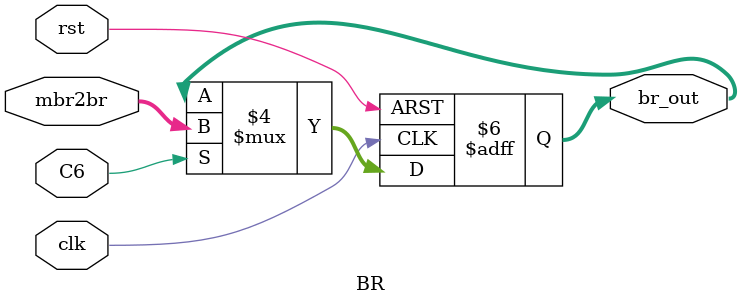
<source format=v>
`timescale 1ns / 1ps

module BR(
    input clk,
    input rst,
    input C6,               // MBR to BR
    input [15:0] mbr2br,    // data from MBR
    output reg [15:0] br_out = 0
    );

    always @(negedge clk or negedge rst)
    begin
        if (~rst)
            br_out <= 0;
        else if (C6)
            br_out <= mbr2br;
    end

endmodule

</source>
